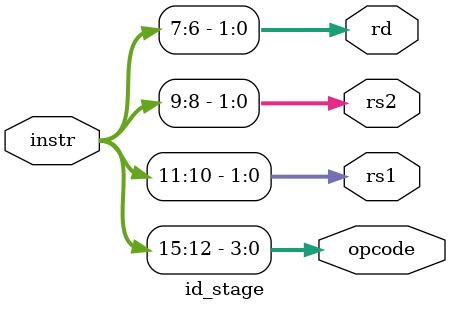
<source format=v>
module id_stage(
    input  wire [15:0] instr,
    output wire [3:0]  opcode,
    output wire [1:0]  rs1,
    output wire [1:0]  rs2,
    output wire [1:0]  rd
);
    assign opcode = instr[15:12];
    assign rs1    = instr[11:10];
    assign rs2    = instr[9:8];
    assign rd     = instr[7:6];
endmodule
</source>
